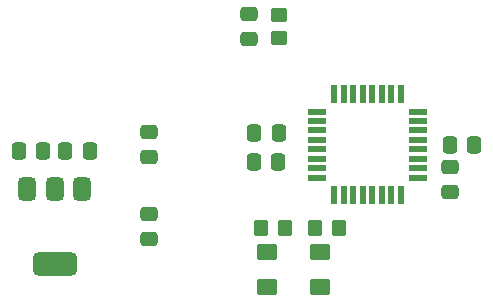
<source format=gtp>
G04 #@! TF.GenerationSoftware,KiCad,Pcbnew,8.0.8-8.0.8-0~ubuntu24.04.1*
G04 #@! TF.CreationDate,2025-08-03T14:04:58+02:00*
G04 #@! TF.ProjectId,atmega328,61746d65-6761-4333-9238-2e6b69636164,rev?*
G04 #@! TF.SameCoordinates,Original*
G04 #@! TF.FileFunction,Paste,Top*
G04 #@! TF.FilePolarity,Positive*
%FSLAX46Y46*%
G04 Gerber Fmt 4.6, Leading zero omitted, Abs format (unit mm)*
G04 Created by KiCad (PCBNEW 8.0.8-8.0.8-0~ubuntu24.04.1) date 2025-08-03 14:04:58*
%MOMM*%
%LPD*%
G01*
G04 APERTURE LIST*
G04 Aperture macros list*
%AMRoundRect*
0 Rectangle with rounded corners*
0 $1 Rounding radius*
0 $2 $3 $4 $5 $6 $7 $8 $9 X,Y pos of 4 corners*
0 Add a 4 corners polygon primitive as box body*
4,1,4,$2,$3,$4,$5,$6,$7,$8,$9,$2,$3,0*
0 Add four circle primitives for the rounded corners*
1,1,$1+$1,$2,$3*
1,1,$1+$1,$4,$5*
1,1,$1+$1,$6,$7*
1,1,$1+$1,$8,$9*
0 Add four rect primitives between the rounded corners*
20,1,$1+$1,$2,$3,$4,$5,0*
20,1,$1+$1,$4,$5,$6,$7,0*
20,1,$1+$1,$6,$7,$8,$9,0*
20,1,$1+$1,$8,$9,$2,$3,0*%
G04 Aperture macros list end*
%ADD10RoundRect,0.250000X0.450000X-0.350000X0.450000X0.350000X-0.450000X0.350000X-0.450000X-0.350000X0*%
%ADD11RoundRect,0.250000X0.350000X0.450000X-0.350000X0.450000X-0.350000X-0.450000X0.350000X-0.450000X0*%
%ADD12RoundRect,0.250001X0.624999X-0.462499X0.624999X0.462499X-0.624999X0.462499X-0.624999X-0.462499X0*%
%ADD13RoundRect,0.250000X0.475000X-0.337500X0.475000X0.337500X-0.475000X0.337500X-0.475000X-0.337500X0*%
%ADD14RoundRect,0.250000X-0.475000X0.337500X-0.475000X-0.337500X0.475000X-0.337500X0.475000X0.337500X0*%
%ADD15RoundRect,0.250000X0.337500X0.475000X-0.337500X0.475000X-0.337500X-0.475000X0.337500X-0.475000X0*%
%ADD16RoundRect,0.250000X-0.337500X-0.475000X0.337500X-0.475000X0.337500X0.475000X-0.337500X0.475000X0*%
%ADD17R,1.600000X0.550000*%
%ADD18R,0.550000X1.600000*%
%ADD19RoundRect,0.375000X-0.375000X0.625000X-0.375000X-0.625000X0.375000X-0.625000X0.375000X0.625000X0*%
%ADD20RoundRect,0.500000X-1.400000X0.500000X-1.400000X-0.500000X1.400000X-0.500000X1.400000X0.500000X0*%
G04 APERTURE END LIST*
D10*
X153500000Y-64500000D03*
X153500000Y-62500000D03*
D11*
X158587500Y-80600000D03*
X156587500Y-80600000D03*
X154000000Y-80600000D03*
X152000000Y-80600000D03*
D12*
X157000000Y-82612500D03*
X157000000Y-85587500D03*
X152500000Y-85587500D03*
X152500000Y-82612500D03*
D13*
X151000000Y-64537500D03*
X151000000Y-62462500D03*
X142500000Y-81467500D03*
X142500000Y-79392500D03*
D14*
X142500000Y-72462500D03*
X142500000Y-74537500D03*
D15*
X137487500Y-74080000D03*
X135412500Y-74080000D03*
D13*
X168000000Y-77487500D03*
X168000000Y-75412500D03*
D16*
X151412500Y-72500000D03*
X153487500Y-72500000D03*
X151362500Y-75000000D03*
X153437500Y-75000000D03*
X131462500Y-74080000D03*
X133537500Y-74080000D03*
D15*
X170037500Y-73500000D03*
X167962500Y-73500000D03*
D17*
X156750000Y-70700000D03*
X156750000Y-71500000D03*
X156750000Y-72300000D03*
X156750000Y-73100000D03*
X156750000Y-73900000D03*
X156750000Y-74700000D03*
X156750000Y-75500000D03*
X156750000Y-76300000D03*
D18*
X158200000Y-77750000D03*
X159000000Y-77750000D03*
X159800000Y-77750000D03*
X160600000Y-77750000D03*
X161400000Y-77750000D03*
X162200000Y-77750000D03*
X163000000Y-77750000D03*
X163800000Y-77750000D03*
D17*
X165250000Y-76300000D03*
X165250000Y-75500000D03*
X165250000Y-74700000D03*
X165250000Y-73900000D03*
X165250000Y-73100000D03*
X165250000Y-72300000D03*
X165250000Y-71500000D03*
X165250000Y-70700000D03*
D18*
X163800000Y-69250000D03*
X163000000Y-69250000D03*
X162200000Y-69250000D03*
X161400000Y-69250000D03*
X160600000Y-69250000D03*
X159800000Y-69250000D03*
X159000000Y-69250000D03*
X158200000Y-69250000D03*
D19*
X136800000Y-77280000D03*
X134500000Y-77280000D03*
D20*
X134500000Y-83580000D03*
D19*
X132200000Y-77280000D03*
M02*

</source>
